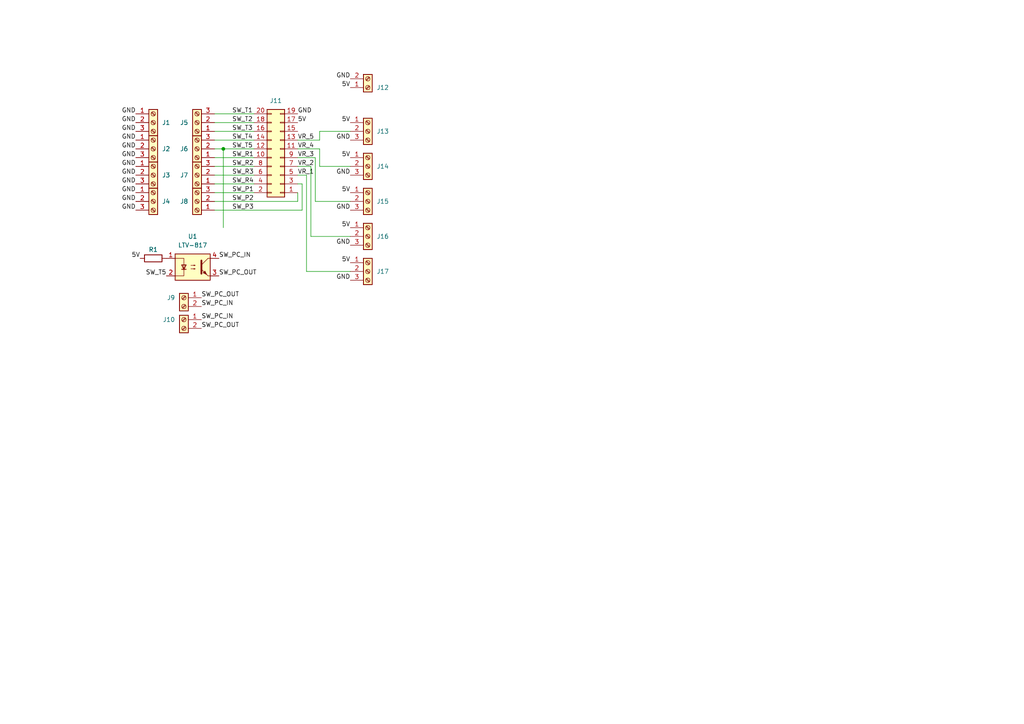
<source format=kicad_sch>
(kicad_sch (version 20230121) (generator eeschema)
  (paper "A4")
  (lib_symbols
    (symbol "Connector:Screw_Terminal_01x02" (pin_names (offset 1.016) hide)
      (property "Reference" "J" (at 0 2.54 0))
      (property "Value" "Screw_Terminal_01x02" (at 0 -5.08 0))
      (symbol "Screw_Terminal_01x02_1_1"
        (rectangle (start -1.27 1.27) (end 1.27 -3.81) (stroke (width 0.254)) (fill (type background)))
        (circle (center 0 -2.54) (radius 0.635) (stroke (width 0.1524)))
        (polyline (pts (xy -0.5334 -2.2098) (xy 0.3302 -3.048)) (stroke (width 0.1524)))
        (polyline (pts (xy -0.5334 0.3302) (xy 0.3302 -0.508)) (stroke (width 0.1524)))
        (polyline (pts (xy -0.3556 -2.032) (xy 0.508 -2.8702)) (stroke (width 0.1524)))
        (polyline (pts (xy -0.3556 0.508) (xy 0.508 -0.3302)) (stroke (width 0.1524)))
        (circle (center 0 0) (radius 0.635) (stroke (width 0.1524)))
        (pin passive line (at -5.08 0 0) (length 3.81) (name "Pin_1") (number "1"))
        (pin passive line (at -5.08 -2.54 0) (length 3.81) (name "Pin_2") (number "2"))
      )
    )
    (symbol "Connector:Screw_Terminal_01x03" (pin_names (offset 1.016) hide)
      (property "Reference" "J" (at 0 5.08 0))
      (property "Value" "Screw_Terminal_01x03" (at 0 -5.08 0))
      (symbol "Screw_Terminal_01x03_1_1"
        (rectangle (start -1.27 3.81) (end 1.27 -3.81) (stroke (width 0.254)) (fill (type background)))
        (circle (center 0 -2.54) (radius 0.635) (stroke (width 0.1524)))
        (polyline (pts (xy -0.5334 -2.2098) (xy 0.3302 -3.048)) (stroke (width 0.1524)))
        (polyline (pts (xy -0.5334 0.3302) (xy 0.3302 -0.508)) (stroke (width 0.1524)))
        (polyline (pts (xy -0.5334 2.8702) (xy 0.3302 2.032)) (stroke (width 0.1524)))
        (polyline (pts (xy -0.3556 -2.032) (xy 0.508 -2.8702)) (stroke (width 0.1524)))
        (polyline (pts (xy -0.3556 0.508) (xy 0.508 -0.3302)) (stroke (width 0.1524)))
        (polyline (pts (xy -0.3556 3.048) (xy 0.508 2.2098)) (stroke (width 0.1524)))
        (circle (center 0 0) (radius 0.635) (stroke (width 0.1524)))
        (circle (center 0 2.54) (radius 0.635) (stroke (width 0.1524)))
        (pin passive line (at -5.08 2.54 0) (length 3.81) (name "Pin_1") (number "1"))
        (pin passive line (at -5.08 0 0) (length 3.81) (name "Pin_2") (number "2"))
        (pin passive line (at -5.08 -2.54 0) (length 3.81) (name "Pin_3") (number "3"))
      )
    )
    (symbol "Connector_Generic:Conn_02x10_Odd_Even" (pin_names (offset 1.016) hide)
      (property "Reference" "J" (at 1.27 12.7 0))
      (property "Value" "Conn_02x10_Odd_Even" (at 1.27 -15.24 0))
      (symbol "Conn_02x10_Odd_Even_1_1"
        (rectangle (start -1.27 -12.573) (end 0 -12.827) (stroke (width 0.1524)))
        (rectangle (start -1.27 -10.033) (end 0 -10.287) (stroke (width 0.1524)))
        (rectangle (start -1.27 -7.493) (end 0 -7.747) (stroke (width 0.1524)))
        (rectangle (start -1.27 -4.953) (end 0 -5.207) (stroke (width 0.1524)))
        (rectangle (start -1.27 -2.413) (end 0 -2.667) (stroke (width 0.1524)))
        (rectangle (start -1.27 0.127) (end 0 -0.127) (stroke (width 0.1524)))
        (rectangle (start -1.27 2.667) (end 0 2.413) (stroke (width 0.1524)))
        (rectangle (start -1.27 5.207) (end 0 4.953) (stroke (width 0.1524)))
        (rectangle (start -1.27 7.747) (end 0 7.493) (stroke (width 0.1524)))
        (rectangle (start -1.27 10.287) (end 0 10.033) (stroke (width 0.1524)))
        (rectangle (start -1.27 11.43) (end 3.81 -13.97) (stroke (width 0.254)) (fill (type background)))
        (rectangle (start 3.81 -12.573) (end 2.54 -12.827) (stroke (width 0.1524)))
        (rectangle (start 3.81 -10.033) (end 2.54 -10.287) (stroke (width 0.1524)))
        (rectangle (start 3.81 -7.493) (end 2.54 -7.747) (stroke (width 0.1524)))
        (rectangle (start 3.81 -4.953) (end 2.54 -5.207) (stroke (width 0.1524)))
        (rectangle (start 3.81 -2.413) (end 2.54 -2.667) (stroke (width 0.1524)))
        (rectangle (start 3.81 0.127) (end 2.54 -0.127) (stroke (width 0.1524)))
        (rectangle (start 3.81 2.667) (end 2.54 2.413) (stroke (width 0.1524)))
        (rectangle (start 3.81 5.207) (end 2.54 4.953) (stroke (width 0.1524)))
        (rectangle (start 3.81 7.747) (end 2.54 7.493) (stroke (width 0.1524)))
        (rectangle (start 3.81 10.287) (end 2.54 10.033) (stroke (width 0.1524)))
        (pin passive line (at -5.08 10.16 0) (length 3.81) (name "Pin_1") (number "1"))
        (pin passive line (at 7.62 0 180) (length 3.81) (name "Pin_10") (number "10"))
        (pin passive line (at -5.08 -2.54 0) (length 3.81) (name "Pin_11") (number "11"))
        (pin passive line (at 7.62 -2.54 180) (length 3.81) (name "Pin_12") (number "12"))
        (pin passive line (at -5.08 -5.08 0) (length 3.81) (name "Pin_13") (number "13"))
        (pin passive line (at 7.62 -5.08 180) (length 3.81) (name "Pin_14") (number "14"))
        (pin passive line (at -5.08 -7.62 0) (length 3.81) (name "Pin_15") (number "15"))
        (pin passive line (at 7.62 -7.62 180) (length 3.81) (name "Pin_16") (number "16"))
        (pin passive line (at -5.08 -10.16 0) (length 3.81) (name "Pin_17") (number "17"))
        (pin passive line (at 7.62 -10.16 180) (length 3.81) (name "Pin_18") (number "18"))
        (pin passive line (at -5.08 -12.7 0) (length 3.81) (name "Pin_19") (number "19"))
        (pin passive line (at 7.62 10.16 180) (length 3.81) (name "Pin_2") (number "2"))
        (pin passive line (at 7.62 -12.7 180) (length 3.81) (name "Pin_20") (number "20"))
        (pin passive line (at -5.08 7.62 0) (length 3.81) (name "Pin_3") (number "3"))
        (pin passive line (at 7.62 7.62 180) (length 3.81) (name "Pin_4") (number "4"))
        (pin passive line (at -5.08 5.08 0) (length 3.81) (name "Pin_5") (number "5"))
        (pin passive line (at 7.62 5.08 180) (length 3.81) (name "Pin_6") (number "6"))
        (pin passive line (at -5.08 2.54 0) (length 3.81) (name "Pin_7") (number "7"))
        (pin passive line (at 7.62 2.54 180) (length 3.81) (name "Pin_8") (number "8"))
        (pin passive line (at -5.08 0 0) (length 3.81) (name "Pin_9") (number "9"))
      )
    )
    (symbol "Device:R" (pin_numbers hide) (pin_names (offset 0))
      (property "Reference" "R" (at 2.032 0 90))
      (property "Value" "R" (at 0 0 90))
      (symbol "R_0_1"
        (rectangle (start -1.016 -2.54) (end 1.016 2.54) (stroke (width 0.254)))
      )
      (symbol "R_1_1"
        (pin passive line (at 0 3.81 270) (length 1.27) (name "~") (number "1"))
        (pin passive line (at 0 -3.81 90) (length 1.27) (name "~") (number "2"))
      )
    )
    (symbol "Isolator:LTV-817" (pin_names (offset 1.016))
      (property "Reference" "U" (at -5.08 5.08 0))
      (property "Value" "LTV-817" (at 0 5.08 0))
      (symbol "LTV-817_0_1"
        (rectangle (start -5.08 3.81) (end 5.08 -3.81) (stroke (width 0.254)) (fill (type background)))
        (polyline (pts (xy -3.175 -0.635) (xy -1.905 -0.635)) (stroke (width 0.254)))
        (polyline (pts (xy 2.54 0.635) (xy 4.445 2.54)))
        (polyline (pts (xy 4.445 -2.54) (xy 2.54 -0.635)) (fill (type outline)))
        (polyline (pts (xy 4.445 -2.54) (xy 5.08 -2.54)))
        (polyline (pts (xy 4.445 2.54) (xy 5.08 2.54)))
        (polyline (pts (xy -5.08 2.54) (xy -2.54 2.54) (xy -2.54 -0.762)))
        (polyline (pts (xy -2.54 -0.635) (xy -2.54 -2.54) (xy -5.08 -2.54)))
        (polyline (pts (xy 2.54 1.905) (xy 2.54 -1.905) (xy 2.54 -1.905)) (stroke (width 0.508)))
        (polyline (pts (xy -2.54 -0.635) (xy -3.175 0.635) (xy -1.905 0.635) (xy -2.54 -0.635)) (stroke (width 0.254)))
        (polyline (pts (xy -0.508 -0.508) (xy 0.762 -0.508) (xy 0.381 -0.635) (xy 0.381 -0.381) (xy 0.762 -0.508)))
        (polyline (pts (xy -0.508 0.508) (xy 0.762 0.508) (xy 0.381 0.381) (xy 0.381 0.635) (xy 0.762 0.508)))
        (polyline (pts (xy 3.048 -1.651) (xy 3.556 -1.143) (xy 4.064 -2.159) (xy 3.048 -1.651) (xy 3.048 -1.651)) (fill (type outline)))
      )
      (symbol "LTV-817_1_1"
        (pin passive line (at -7.62 2.54 0) (length 2.54) (name "~") (number "1"))
        (pin passive line (at -7.62 -2.54 0) (length 2.54) (name "~") (number "2"))
        (pin passive line (at 7.62 -2.54 180) (length 2.54) (name "~") (number "3"))
        (pin passive line (at 7.62 2.54 180) (length 2.54) (name "~") (number "4"))
      )
    )
  )
  (junction (at 64.77 43.18))
  (wire (pts (xy 62.23 33.02) (xy 73.66 33.02)))
  (wire (pts (xy 62.23 60.96) (xy 87.63 60.96)))
  (wire (pts (xy 62.23 53.34) (xy 73.66 53.34)))
  (wire (pts (xy 88.9 78.74) (xy 88.9 50.8)))
  (wire (pts (xy 62.23 35.56) (xy 73.66 35.56)))
  (wire (pts (xy 90.17 48.26) (xy 86.36 48.26)))
  (wire (pts (xy 62.23 38.1) (xy 73.66 38.1)))
  (wire (pts (xy 62.23 43.18) (xy 64.77 43.18)))
  (wire (pts (xy 91.44 58.42) (xy 91.44 45.72)))
  (wire (pts (xy 92.71 40.64) (xy 86.36 40.64)))
  (wire (pts (xy 62.23 48.26) (xy 73.66 48.26)))
  (wire (pts (xy 101.6 78.74) (xy 88.9 78.74)))
  (wire (pts (xy 62.23 40.64) (xy 73.66 40.64)))
  (wire (pts (xy 90.17 68.58) (xy 90.17 48.26)))
  (wire (pts (xy 64.77 43.18) (xy 73.66 43.18)))
  (wire (pts (xy 62.23 58.42) (xy 86.36 58.42)))
  (wire (pts (xy 92.71 43.18) (xy 86.36 43.18)))
  (wire (pts (xy 92.71 38.1) (xy 92.71 40.64)))
  (wire (pts (xy 101.6 58.42) (xy 91.44 58.42)))
  (wire (pts (xy 62.23 45.72) (xy 73.66 45.72)))
  (wire (pts (xy 91.44 45.72) (xy 86.36 45.72)))
  (wire (pts (xy 64.77 43.18) (xy 64.77 66.04)))
  (wire (pts (xy 62.23 55.88) (xy 73.66 55.88)))
  (wire (pts (xy 92.71 48.26) (xy 92.71 43.18)))
  (wire (pts (xy 101.6 38.1) (xy 92.71 38.1)))
  (wire (pts (xy 87.63 53.34) (xy 87.63 60.96)))
  (wire (pts (xy 88.9 50.8) (xy 86.36 50.8)))
  (wire (pts (xy 101.6 68.58) (xy 90.17 68.58)))
  (wire (pts (xy 86.36 53.34) (xy 87.63 53.34)))
  (wire (pts (xy 86.36 58.42) (xy 86.36 55.88)))
  (wire (pts (xy 101.6 48.26) (xy 92.71 48.26)))
  (wire (pts (xy 62.23 50.8) (xy 73.66 50.8)))
  (label "VR_1" (at 86.36 50.8 0))
  (label "GND" (at 39.37 48.26 180))
  (label "5V" (at 101.6 35.56 180))
  (label "GND" (at 86.36 33.02 0))
  (label "GND" (at 39.37 50.8 180))
  (label "VR_4" (at 86.36 43.18 0))
  (label "SW_T5" (at 67.31 43.18 0))
  (label "SW_PC_IN" (at 58.42 92.71 0))
  (label "SW_P1" (at 67.31 55.88 0))
  (label "SW_T4" (at 67.31 40.64 0))
  (label "5V" (at 101.6 76.2 180))
  (label "SW_PC_OUT" (at 58.42 86.36 0))
  (label "SW_R4" (at 67.31 53.34 0))
  (label "SW_PC_OUT" (at 63.5 80.01 0))
  (label "GND" (at 101.6 60.96 180))
  (label "SW_T5" (at 48.26 80.01 180))
  (label "5V" (at 101.6 55.88 180))
  (label "5V" (at 101.6 45.72 180))
  (label "5V" (at 86.36 35.56 0))
  (label "VR_3" (at 86.36 45.72 0))
  (label "SW_T1" (at 67.31 33.02 0))
  (label "SW_R1" (at 67.31 45.72 0))
  (label "GND" (at 39.37 60.96 180))
  (label "SW_PC_OUT" (at 58.42 95.25 0))
  (label "SW_P3" (at 67.31 60.96 0))
  (label "GND" (at 39.37 33.02 180))
  (label "GND" (at 101.6 40.64 180))
  (label "GND" (at 39.37 38.1 180))
  (label "SW_T2" (at 67.31 35.56 0))
  (label "GND" (at 39.37 40.64 180))
  (label "5V" (at 101.6 66.04 180))
  (label "GND" (at 39.37 58.42 180))
  (label "GND" (at 39.37 55.88 180))
  (label "SW_T3" (at 67.31 38.1 0))
  (label "GND" (at 39.37 43.18 180))
  (label "GND" (at 101.6 81.28 180))
  (label "VR_2" (at 86.36 48.26 0))
  (label "GND" (at 101.6 22.86 180))
  (label "SW_PC_IN" (at 58.42 88.9 0))
  (label "GND" (at 101.6 71.12 180))
  (label "SW_PC_IN" (at 63.5 74.93 0))
  (label "5V" (at 40.64 74.93 180))
  (label "5V" (at 101.6 25.4 180))
  (label "GND" (at 39.37 53.34 180))
  (label "SW_R3" (at 67.31 50.8 0))
  (label "SW_R2" (at 67.31 48.26 0))
  (label "VR_5" (at 86.36 40.64 0))
  (label "SW_P2" (at 67.31 58.42 0))
  (label "GND" (at 39.37 45.72 180))
  (label "GND" (at 39.37 35.56 180))
  (label "GND" (at 101.6 50.8 180))
  (symbol (lib_id "Connector:Screw_Terminal_01x03") (at 57.15 58.42 180) (unit 1)
    (property "Reference" "J8" (at 54.61 58.42 0) (effects (justify left)))
    (property "Value" "Screw_Terminal_01x03" (effects hide))
    (property "Footprint" "TerminalBlock:TerminalBlock_bornier-3_P5.08mm" (effects hide))
  )
  (symbol (lib_id "Connector:Screw_Terminal_01x03") (at 57.15 35.56 180) (unit 1)
    (property "Reference" "J5" (at 54.61 35.56 0) (effects (justify left)))
    (property "Value" "Screw_Terminal_01x03" (effects hide))
    (property "Footprint" "TerminalBlock:TerminalBlock_bornier-3_P5.08mm" (effects hide))
  )
  (symbol (lib_id "Connector:Screw_Terminal_01x03") (at 57.15 43.18 180) (unit 1)
    (property "Reference" "J6" (at 54.61 43.18 0) (effects (justify left)))
    (property "Value" "Screw_Terminal_01x03" (effects hide))
    (property "Footprint" "TerminalBlock:TerminalBlock_bornier-3_P5.08mm" (effects hide))
  )
  (symbol (lib_id "Device:R") (at 44.45 74.93 90) (unit 1)
    (property "Reference" "R1" (at 44.45 72.39 90))
    (property "Value" "330R" (effects hide))
    (property "Footprint" "Resistor_THT:R_Axial_DIN0207_L6.3mm_D2.5mm_P7.62mm_Horizontal" (effects hide))
  )
  (symbol (lib_id "Connector:Screw_Terminal_01x03") (at 44.45 50.8 0) (unit 1)
    (property "Reference" "J3" (at 46.99 50.8 0) (effects (justify left)))
    (property "Value" "Screw_Terminal_01x03" (effects hide))
    (property "Footprint" "TerminalBlock:TerminalBlock_bornier-3_P5.08mm" (effects hide))
  )
  (symbol (lib_id "Connector:Screw_Terminal_01x03") (at 44.45 43.18 0) (unit 1)
    (property "Reference" "J2" (at 46.99 43.18 0) (effects (justify left)))
    (property "Value" "Screw_Terminal_01x03" (effects hide))
    (property "Footprint" "TerminalBlock:TerminalBlock_bornier-3_P5.08mm" (effects hide))
  )
  (symbol (lib_id "Connector:Screw_Terminal_01x03") (at 106.68 58.42 0) (unit 1)
    (property "Reference" "J15" (at 109.22 58.42 0) (effects (justify left)))
    (property "Value" "Screw_Terminal_01x03" (effects hide))
    (property "Footprint" "TerminalBlock:TerminalBlock_bornier-3_P5.08mm" (effects hide))
  )
  (symbol (lib_id "Connector:Screw_Terminal_01x02") (at 53.34 86.36 0) (mirror y) (unit 1)
    (property "Reference" "J9" (at 50.8 86.36 0) (effects (justify left)))
    (property "Value" "Screw_Terminal_01x02" (effects hide))
    (property "Footprint" "TerminalBlock:TerminalBlock_bornier-2_P5.08mm" (effects hide))
  )
  (symbol (lib_id "Connector:Screw_Terminal_01x03") (at 44.45 35.56 0) (unit 1)
    (property "Reference" "J1" (at 46.99 35.56 0) (effects (justify left)))
    (property "Value" "Screw_Terminal_01x03" (effects hide))
    (property "Footprint" "TerminalBlock:TerminalBlock_bornier-3_P5.08mm" (effects hide))
  )
  (symbol (lib_id "Connector:Screw_Terminal_01x03") (at 44.45 58.42 0) (unit 1)
    (property "Reference" "J4" (at 46.99 58.42 0) (effects (justify left)))
    (property "Value" "Screw_Terminal_01x03" (effects hide))
    (property "Footprint" "TerminalBlock:TerminalBlock_bornier-3_P5.08mm" (effects hide))
  )
  (symbol (lib_id "Connector:Screw_Terminal_01x03") (at 57.15 50.8 180) (unit 1)
    (property "Reference" "J7" (at 54.61 50.8 0) (effects (justify left)))
    (property "Value" "Screw_Terminal_01x03" (effects hide))
    (property "Footprint" "TerminalBlock:TerminalBlock_bornier-3_P5.08mm" (effects hide))
  )
  (symbol (lib_id "Connector_Generic:Conn_02x10_Odd_Even") (at 81.28 45.72 180) (unit 1)
    (property "Reference" "J11" (at 80.01 29.21 0))
    (property "Value" "J_IDC_SW_IN" (effects hide))
    (property "Footprint" "Connector_IDC:IDC-Header_2x10_P2.54mm_Vertical" (effects hide))
  )
  (symbol (lib_id "Connector:Screw_Terminal_01x03") (at 106.68 78.74 0) (unit 1)
    (property "Reference" "J17" (at 109.22 78.74 0) (effects (justify left)))
    (property "Value" "Screw_Terminal_01x03" (effects hide))
    (property "Footprint" "TerminalBlock:TerminalBlock_bornier-3_P5.08mm" (effects hide))
  )
  (symbol (lib_id "Connector:Screw_Terminal_01x03") (at 106.68 48.26 0) (unit 1)
    (property "Reference" "J14" (at 109.22 48.26 0) (effects (justify left)))
    (property "Value" "Screw_Terminal_01x03" (effects hide))
    (property "Footprint" "TerminalBlock:TerminalBlock_bornier-3_P5.08mm" (effects hide))
  )
  (symbol (lib_id "Connector:Screw_Terminal_01x02") (at 106.68 25.4 0) (mirror x) (unit 1)
    (property "Reference" "J12" (at 109.22 25.4001 0) (effects (justify left)))
    (property "Value" "Screw_Terminal_01x02" (effects hide))
    (property "Footprint" "TerminalBlock:TerminalBlock_bornier-2_P5.08mm" (effects hide))
  )
  (symbol (lib_id "Isolator:LTV-817") (at 55.88 77.47 0) (unit 1)
    (property "Reference" "U1" (at 55.88 68.58 0))
    (property "Value" "LTV-817" (at 55.88 71.12 0))
    (property "Footprint" "Package_DIP:DIP-4_W7.62mm" (effects hide))
    (property "Datasheet" "http://www.us.liteon.com/downloads/LTV-817-827-847.PDF" (effects hide))
  )
  (symbol (lib_id "Connector:Screw_Terminal_01x02") (at 53.34 92.71 0) (mirror y) (unit 1)
    (property "Reference" "J10" (at 50.8 92.71 0) (effects (justify left)))
    (property "Value" "Screw_Terminal_01x02" (effects hide))
    (property "Footprint" "TerminalBlock:TerminalBlock_bornier-2_P5.08mm" (effects hide))
  )
  (symbol (lib_id "Connector:Screw_Terminal_01x03") (at 106.68 68.58 0) (unit 1)
    (property "Reference" "J16" (at 109.22 68.58 0) (effects (justify left)))
    (property "Value" "Screw_Terminal_01x03" (effects hide))
    (property "Footprint" "TerminalBlock:TerminalBlock_bornier-3_P5.08mm" (effects hide))
  )
  (symbol (lib_id "Connector:Screw_Terminal_01x03") (at 106.68 38.1 0) (unit 1)
    (property "Reference" "J13" (at 109.22 38.1 0) (effects (justify left)))
    (property "Value" "Screw_Terminal_01x03" (effects hide))
    (property "Footprint" "TerminalBlock:TerminalBlock_bornier-3_P5.08mm" (effects hide))
  )
)
</source>
